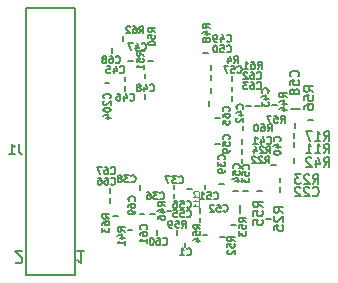
<source format=gbo>
G04 (created by PCBNEW (2013-07-07 BZR 4022)-stable) date 24/11/2015 00:30:32*
%MOIN*%
G04 Gerber Fmt 3.4, Leading zero omitted, Abs format*
%FSLAX34Y34*%
G01*
G70*
G90*
G04 APERTURE LIST*
%ADD10C,0.00590551*%
%ADD11C,0.00787402*%
%ADD12C,0.0077*%
%ADD13C,0.0039*%
G04 APERTURE END LIST*
G54D10*
G54D11*
X62800Y-56062D02*
X62819Y-56081D01*
X62857Y-56100D01*
X62950Y-56100D01*
X62988Y-56081D01*
X63007Y-56062D01*
X63025Y-56025D01*
X63025Y-55988D01*
X63007Y-55931D01*
X62782Y-55706D01*
X63025Y-55706D01*
X65073Y-55706D02*
X64848Y-55706D01*
X64960Y-55706D02*
X64960Y-56100D01*
X64923Y-56044D01*
X64885Y-56006D01*
X64848Y-55988D01*
G54D12*
X69036Y-55157D02*
X69192Y-55157D01*
X69981Y-54842D02*
X70137Y-54842D01*
X66536Y-55000D02*
X66692Y-55000D01*
X67381Y-49370D02*
X67225Y-49370D01*
X69211Y-49094D02*
X69055Y-49094D01*
X66711Y-49370D02*
X66555Y-49370D01*
X70019Y-50018D02*
X70019Y-49862D01*
X67835Y-54350D02*
X67991Y-54350D01*
X72540Y-51338D02*
X72696Y-51338D01*
X69763Y-55216D02*
X69607Y-55216D01*
X70393Y-51516D02*
X70393Y-51672D01*
X68188Y-55000D02*
X68188Y-55156D01*
X66377Y-48524D02*
X66377Y-48680D01*
X72066Y-52755D02*
X72066Y-52599D01*
X71495Y-50826D02*
X71339Y-50826D01*
X69311Y-50276D02*
X69311Y-50432D01*
X72066Y-52223D02*
X72066Y-52067D01*
X71142Y-54625D02*
X71298Y-54625D01*
X70354Y-52459D02*
X70354Y-52303D01*
X71594Y-53404D02*
X71594Y-53248D01*
X70354Y-52774D02*
X70354Y-52618D01*
X72066Y-51772D02*
X72066Y-51928D01*
X66044Y-54527D02*
X66200Y-54527D01*
X71003Y-53700D02*
X70847Y-53700D01*
X72125Y-51593D02*
X72125Y-51437D01*
X72262Y-50944D02*
X71988Y-50944D01*
X70275Y-54428D02*
X70275Y-54154D01*
X71594Y-53719D02*
X71594Y-53563D01*
X69449Y-52125D02*
X69605Y-52125D01*
X65944Y-53937D02*
X65944Y-54093D01*
X68444Y-55414D02*
X68444Y-55570D01*
X66023Y-48937D02*
X66023Y-49093D01*
X67519Y-55000D02*
X67519Y-55156D01*
X65944Y-53603D02*
X65944Y-53759D01*
X66929Y-54448D02*
X67085Y-54448D01*
X68937Y-54587D02*
X68937Y-54743D01*
X70374Y-53681D02*
X70530Y-53681D01*
X70000Y-50373D02*
X70000Y-50217D01*
X69311Y-49664D02*
X69311Y-49508D01*
X66456Y-49882D02*
X66456Y-50038D01*
X67125Y-49784D02*
X67125Y-49940D01*
X68090Y-53936D02*
X68090Y-53780D01*
X66948Y-53660D02*
X66948Y-53504D01*
X70944Y-50846D02*
X70788Y-50846D01*
X71475Y-52814D02*
X71319Y-52814D01*
X70354Y-52125D02*
X70354Y-51969D01*
X70000Y-50688D02*
X70000Y-50532D01*
X69449Y-51259D02*
X69605Y-51259D01*
X70059Y-53681D02*
X70215Y-53681D01*
X68937Y-54272D02*
X68937Y-54428D01*
X67284Y-54448D02*
X67440Y-54448D01*
X66456Y-50197D02*
X66456Y-50353D01*
X67125Y-50473D02*
X67125Y-50629D01*
X69311Y-49979D02*
X69311Y-49823D01*
X68090Y-53640D02*
X68090Y-53484D01*
X69114Y-53484D02*
X69114Y-53640D01*
X69232Y-50709D02*
X69232Y-50865D01*
X70629Y-50846D02*
X70473Y-50846D01*
X69587Y-53444D02*
X69743Y-53444D01*
X65924Y-50098D02*
X65768Y-50098D01*
X68680Y-53641D02*
X68524Y-53641D01*
G54D11*
X63129Y-47598D02*
X63129Y-56496D01*
X64783Y-56496D02*
X64783Y-47598D01*
X64783Y-47598D02*
X63129Y-47598D01*
X64783Y-56496D02*
X63129Y-56496D01*
G54D10*
X68953Y-54946D02*
X68841Y-54867D01*
X68953Y-54811D02*
X68717Y-54811D01*
X68717Y-54901D01*
X68728Y-54924D01*
X68740Y-54935D01*
X68762Y-54946D01*
X68796Y-54946D01*
X68818Y-54935D01*
X68830Y-54924D01*
X68841Y-54901D01*
X68841Y-54811D01*
X68717Y-55160D02*
X68717Y-55047D01*
X68830Y-55036D01*
X68818Y-55047D01*
X68807Y-55070D01*
X68807Y-55126D01*
X68818Y-55149D01*
X68830Y-55160D01*
X68852Y-55171D01*
X68908Y-55171D01*
X68931Y-55160D01*
X68942Y-55149D01*
X68953Y-55126D01*
X68953Y-55070D01*
X68942Y-55047D01*
X68931Y-55036D01*
X68796Y-55374D02*
X68953Y-55374D01*
X68706Y-55317D02*
X68875Y-55261D01*
X68875Y-55407D01*
X70489Y-54730D02*
X70376Y-54651D01*
X70489Y-54595D02*
X70253Y-54595D01*
X70253Y-54685D01*
X70264Y-54707D01*
X70275Y-54718D01*
X70298Y-54730D01*
X70331Y-54730D01*
X70354Y-54718D01*
X70365Y-54707D01*
X70376Y-54685D01*
X70376Y-54595D01*
X70253Y-54943D02*
X70253Y-54831D01*
X70365Y-54820D01*
X70354Y-54831D01*
X70343Y-54853D01*
X70343Y-54910D01*
X70354Y-54932D01*
X70365Y-54943D01*
X70388Y-54955D01*
X70444Y-54955D01*
X70466Y-54943D01*
X70478Y-54932D01*
X70489Y-54910D01*
X70489Y-54853D01*
X70478Y-54831D01*
X70466Y-54820D01*
X70253Y-55033D02*
X70253Y-55179D01*
X70343Y-55101D01*
X70343Y-55134D01*
X70354Y-55157D01*
X70365Y-55168D01*
X70388Y-55179D01*
X70444Y-55179D01*
X70466Y-55168D01*
X70478Y-55157D01*
X70489Y-55134D01*
X70489Y-55067D01*
X70478Y-55044D01*
X70466Y-55033D01*
X66434Y-55044D02*
X66321Y-54966D01*
X66434Y-54910D02*
X66197Y-54910D01*
X66197Y-55000D01*
X66209Y-55022D01*
X66220Y-55033D01*
X66242Y-55044D01*
X66276Y-55044D01*
X66299Y-55033D01*
X66310Y-55022D01*
X66321Y-55000D01*
X66321Y-54910D01*
X66276Y-55247D02*
X66434Y-55247D01*
X66186Y-55191D02*
X66355Y-55134D01*
X66355Y-55281D01*
X66434Y-55494D02*
X66434Y-55359D01*
X66434Y-55427D02*
X66197Y-55427D01*
X66231Y-55404D01*
X66254Y-55382D01*
X66265Y-55359D01*
X67457Y-48391D02*
X67345Y-48312D01*
X67457Y-48256D02*
X67221Y-48256D01*
X67221Y-48346D01*
X67232Y-48368D01*
X67244Y-48380D01*
X67266Y-48391D01*
X67300Y-48391D01*
X67322Y-48380D01*
X67334Y-48368D01*
X67345Y-48346D01*
X67345Y-48256D01*
X67221Y-48605D02*
X67221Y-48492D01*
X67334Y-48481D01*
X67322Y-48492D01*
X67311Y-48515D01*
X67311Y-48571D01*
X67322Y-48593D01*
X67334Y-48605D01*
X67356Y-48616D01*
X67412Y-48616D01*
X67435Y-48605D01*
X67446Y-48593D01*
X67457Y-48571D01*
X67457Y-48515D01*
X67446Y-48492D01*
X67435Y-48481D01*
X67221Y-48762D02*
X67221Y-48785D01*
X67232Y-48807D01*
X67244Y-48818D01*
X67266Y-48830D01*
X67311Y-48841D01*
X67367Y-48841D01*
X67412Y-48830D01*
X67435Y-48818D01*
X67446Y-48807D01*
X67457Y-48785D01*
X67457Y-48762D01*
X67446Y-48740D01*
X67435Y-48728D01*
X67412Y-48717D01*
X67367Y-48706D01*
X67311Y-48706D01*
X67266Y-48717D01*
X67244Y-48728D01*
X67232Y-48740D01*
X67221Y-48762D01*
X69268Y-48273D02*
X69156Y-48194D01*
X69268Y-48138D02*
X69032Y-48138D01*
X69032Y-48228D01*
X69043Y-48250D01*
X69055Y-48262D01*
X69077Y-48273D01*
X69111Y-48273D01*
X69133Y-48262D01*
X69145Y-48250D01*
X69156Y-48228D01*
X69156Y-48138D01*
X69111Y-48475D02*
X69268Y-48475D01*
X69021Y-48419D02*
X69190Y-48363D01*
X69190Y-48509D01*
X69133Y-48633D02*
X69122Y-48610D01*
X69111Y-48599D01*
X69088Y-48588D01*
X69077Y-48588D01*
X69055Y-48599D01*
X69043Y-48610D01*
X69032Y-48633D01*
X69032Y-48678D01*
X69043Y-48700D01*
X69055Y-48712D01*
X69077Y-48723D01*
X69088Y-48723D01*
X69111Y-48712D01*
X69122Y-48700D01*
X69133Y-48678D01*
X69133Y-48633D01*
X69145Y-48610D01*
X69156Y-48599D01*
X69178Y-48588D01*
X69223Y-48588D01*
X69246Y-48599D01*
X69257Y-48610D01*
X69268Y-48633D01*
X69268Y-48678D01*
X69257Y-48700D01*
X69246Y-48712D01*
X69223Y-48723D01*
X69178Y-48723D01*
X69156Y-48712D01*
X69145Y-48700D01*
X69133Y-48678D01*
X67064Y-49178D02*
X66951Y-49100D01*
X67064Y-49043D02*
X66827Y-49043D01*
X66827Y-49133D01*
X66839Y-49156D01*
X66850Y-49167D01*
X66872Y-49178D01*
X66906Y-49178D01*
X66929Y-49167D01*
X66940Y-49156D01*
X66951Y-49133D01*
X66951Y-49043D01*
X66827Y-49392D02*
X66827Y-49280D01*
X66940Y-49268D01*
X66929Y-49280D01*
X66917Y-49302D01*
X66917Y-49358D01*
X66929Y-49381D01*
X66940Y-49392D01*
X66962Y-49403D01*
X67019Y-49403D01*
X67041Y-49392D01*
X67052Y-49381D01*
X67064Y-49358D01*
X67064Y-49302D01*
X67052Y-49280D01*
X67041Y-49268D01*
X67064Y-49628D02*
X67064Y-49493D01*
X67064Y-49561D02*
X66827Y-49561D01*
X66861Y-49538D01*
X66884Y-49516D01*
X66895Y-49493D01*
X70860Y-49623D02*
X70939Y-49510D01*
X70995Y-49623D02*
X70995Y-49386D01*
X70905Y-49386D01*
X70883Y-49398D01*
X70871Y-49409D01*
X70860Y-49431D01*
X70860Y-49465D01*
X70871Y-49488D01*
X70883Y-49499D01*
X70905Y-49510D01*
X70995Y-49510D01*
X70658Y-49386D02*
X70703Y-49386D01*
X70725Y-49398D01*
X70736Y-49409D01*
X70759Y-49443D01*
X70770Y-49488D01*
X70770Y-49578D01*
X70759Y-49600D01*
X70748Y-49611D01*
X70725Y-49623D01*
X70680Y-49623D01*
X70658Y-49611D01*
X70646Y-49600D01*
X70635Y-49578D01*
X70635Y-49521D01*
X70646Y-49499D01*
X70658Y-49488D01*
X70680Y-49476D01*
X70725Y-49476D01*
X70748Y-49488D01*
X70759Y-49499D01*
X70770Y-49521D01*
X70410Y-49623D02*
X70545Y-49623D01*
X70478Y-49623D02*
X70478Y-49386D01*
X70500Y-49420D01*
X70523Y-49443D01*
X70545Y-49454D01*
X67772Y-54198D02*
X67660Y-54119D01*
X67772Y-54063D02*
X67536Y-54063D01*
X67536Y-54153D01*
X67547Y-54176D01*
X67559Y-54187D01*
X67581Y-54198D01*
X67615Y-54198D01*
X67637Y-54187D01*
X67649Y-54176D01*
X67660Y-54153D01*
X67660Y-54063D01*
X67615Y-54401D02*
X67772Y-54401D01*
X67525Y-54344D02*
X67694Y-54288D01*
X67694Y-54434D01*
X67536Y-54625D02*
X67536Y-54580D01*
X67547Y-54558D01*
X67559Y-54547D01*
X67592Y-54524D01*
X67637Y-54513D01*
X67727Y-54513D01*
X67750Y-54524D01*
X67761Y-54535D01*
X67772Y-54558D01*
X67772Y-54603D01*
X67761Y-54625D01*
X67750Y-54637D01*
X67727Y-54648D01*
X67671Y-54648D01*
X67649Y-54637D01*
X67637Y-54625D01*
X67626Y-54603D01*
X67626Y-54558D01*
X67637Y-54535D01*
X67649Y-54524D01*
X67671Y-54513D01*
G54D11*
X72725Y-50388D02*
X72575Y-50283D01*
X72725Y-50208D02*
X72410Y-50208D01*
X72410Y-50328D01*
X72425Y-50358D01*
X72440Y-50373D01*
X72470Y-50388D01*
X72515Y-50388D01*
X72545Y-50373D01*
X72560Y-50358D01*
X72575Y-50328D01*
X72575Y-50208D01*
X72410Y-50673D02*
X72410Y-50523D01*
X72560Y-50508D01*
X72545Y-50523D01*
X72530Y-50553D01*
X72530Y-50628D01*
X72545Y-50658D01*
X72560Y-50673D01*
X72590Y-50688D01*
X72665Y-50688D01*
X72695Y-50673D01*
X72710Y-50658D01*
X72725Y-50628D01*
X72725Y-50553D01*
X72710Y-50523D01*
X72695Y-50508D01*
X72410Y-50958D02*
X72410Y-50898D01*
X72425Y-50868D01*
X72440Y-50853D01*
X72485Y-50823D01*
X72545Y-50808D01*
X72665Y-50808D01*
X72695Y-50823D01*
X72710Y-50838D01*
X72725Y-50868D01*
X72725Y-50928D01*
X72710Y-50958D01*
X72695Y-50973D01*
X72665Y-50988D01*
X72590Y-50988D01*
X72560Y-50973D01*
X72545Y-50958D01*
X72530Y-50928D01*
X72530Y-50868D01*
X72545Y-50838D01*
X72560Y-50823D01*
X72590Y-50808D01*
G54D10*
X70095Y-55359D02*
X69983Y-55281D01*
X70095Y-55224D02*
X69859Y-55224D01*
X69859Y-55314D01*
X69870Y-55337D01*
X69881Y-55348D01*
X69904Y-55359D01*
X69938Y-55359D01*
X69960Y-55348D01*
X69971Y-55337D01*
X69983Y-55314D01*
X69983Y-55224D01*
X69859Y-55573D02*
X69859Y-55461D01*
X69971Y-55449D01*
X69960Y-55461D01*
X69949Y-55483D01*
X69949Y-55539D01*
X69960Y-55562D01*
X69971Y-55573D01*
X69994Y-55584D01*
X70050Y-55584D01*
X70073Y-55573D01*
X70084Y-55562D01*
X70095Y-55539D01*
X70095Y-55483D01*
X70084Y-55461D01*
X70073Y-55449D01*
X69881Y-55674D02*
X69870Y-55686D01*
X69859Y-55708D01*
X69859Y-55764D01*
X69870Y-55787D01*
X69881Y-55798D01*
X69904Y-55809D01*
X69926Y-55809D01*
X69960Y-55798D01*
X70095Y-55663D01*
X70095Y-55809D01*
X71195Y-51709D02*
X71273Y-51597D01*
X71330Y-51709D02*
X71330Y-51473D01*
X71240Y-51473D01*
X71217Y-51484D01*
X71206Y-51496D01*
X71195Y-51518D01*
X71195Y-51552D01*
X71206Y-51574D01*
X71217Y-51586D01*
X71240Y-51597D01*
X71330Y-51597D01*
X70992Y-51473D02*
X71037Y-51473D01*
X71060Y-51484D01*
X71071Y-51496D01*
X71093Y-51529D01*
X71105Y-51574D01*
X71105Y-51664D01*
X71093Y-51687D01*
X71082Y-51698D01*
X71060Y-51709D01*
X71015Y-51709D01*
X70992Y-51698D01*
X70981Y-51687D01*
X70970Y-51664D01*
X70970Y-51608D01*
X70981Y-51586D01*
X70992Y-51574D01*
X71015Y-51563D01*
X71060Y-51563D01*
X71082Y-51574D01*
X71093Y-51586D01*
X71105Y-51608D01*
X70823Y-51473D02*
X70801Y-51473D01*
X70778Y-51484D01*
X70767Y-51496D01*
X70756Y-51518D01*
X70745Y-51563D01*
X70745Y-51619D01*
X70756Y-51664D01*
X70767Y-51687D01*
X70778Y-51698D01*
X70801Y-51709D01*
X70823Y-51709D01*
X70846Y-51698D01*
X70857Y-51687D01*
X70868Y-51664D01*
X70880Y-51619D01*
X70880Y-51563D01*
X70868Y-51518D01*
X70857Y-51496D01*
X70846Y-51484D01*
X70823Y-51473D01*
X68340Y-54918D02*
X68419Y-54805D01*
X68475Y-54918D02*
X68475Y-54682D01*
X68385Y-54682D01*
X68363Y-54693D01*
X68352Y-54704D01*
X68340Y-54727D01*
X68340Y-54760D01*
X68352Y-54783D01*
X68363Y-54794D01*
X68385Y-54805D01*
X68475Y-54805D01*
X68127Y-54682D02*
X68239Y-54682D01*
X68250Y-54794D01*
X68239Y-54783D01*
X68217Y-54772D01*
X68160Y-54772D01*
X68138Y-54783D01*
X68127Y-54794D01*
X68115Y-54817D01*
X68115Y-54873D01*
X68127Y-54895D01*
X68138Y-54907D01*
X68160Y-54918D01*
X68217Y-54918D01*
X68239Y-54907D01*
X68250Y-54895D01*
X68003Y-54918D02*
X67958Y-54918D01*
X67935Y-54907D01*
X67924Y-54895D01*
X67902Y-54862D01*
X67890Y-54817D01*
X67890Y-54727D01*
X67902Y-54704D01*
X67913Y-54693D01*
X67935Y-54682D01*
X67980Y-54682D01*
X68003Y-54693D01*
X68014Y-54704D01*
X68025Y-54727D01*
X68025Y-54783D01*
X68014Y-54805D01*
X68003Y-54817D01*
X67980Y-54828D01*
X67935Y-54828D01*
X67913Y-54817D01*
X67902Y-54805D01*
X67890Y-54783D01*
X66923Y-48442D02*
X67002Y-48329D01*
X67058Y-48442D02*
X67058Y-48205D01*
X66968Y-48205D01*
X66946Y-48217D01*
X66934Y-48228D01*
X66923Y-48250D01*
X66923Y-48284D01*
X66934Y-48307D01*
X66946Y-48318D01*
X66968Y-48329D01*
X67058Y-48329D01*
X66721Y-48205D02*
X66766Y-48205D01*
X66788Y-48217D01*
X66799Y-48228D01*
X66822Y-48262D01*
X66833Y-48307D01*
X66833Y-48397D01*
X66822Y-48419D01*
X66811Y-48430D01*
X66788Y-48442D01*
X66743Y-48442D01*
X66721Y-48430D01*
X66709Y-48419D01*
X66698Y-48397D01*
X66698Y-48340D01*
X66709Y-48318D01*
X66721Y-48307D01*
X66743Y-48295D01*
X66788Y-48295D01*
X66811Y-48307D01*
X66822Y-48318D01*
X66833Y-48340D01*
X66608Y-48228D02*
X66597Y-48217D01*
X66574Y-48205D01*
X66518Y-48205D01*
X66496Y-48217D01*
X66484Y-48228D01*
X66473Y-48250D01*
X66473Y-48273D01*
X66484Y-48307D01*
X66619Y-48442D01*
X66473Y-48442D01*
G54D11*
X73076Y-52883D02*
X73181Y-52733D01*
X73256Y-52883D02*
X73256Y-52568D01*
X73136Y-52568D01*
X73106Y-52583D01*
X73091Y-52598D01*
X73076Y-52628D01*
X73076Y-52673D01*
X73091Y-52703D01*
X73106Y-52718D01*
X73136Y-52733D01*
X73256Y-52733D01*
X72806Y-52673D02*
X72806Y-52883D01*
X72881Y-52553D02*
X72956Y-52778D01*
X72761Y-52778D01*
X72656Y-52598D02*
X72641Y-52583D01*
X72611Y-52568D01*
X72536Y-52568D01*
X72506Y-52583D01*
X72491Y-52598D01*
X72476Y-52628D01*
X72476Y-52658D01*
X72491Y-52703D01*
X72671Y-52883D01*
X72476Y-52883D01*
G54D10*
X71827Y-50576D02*
X71715Y-50497D01*
X71827Y-50441D02*
X71591Y-50441D01*
X71591Y-50531D01*
X71602Y-50553D01*
X71614Y-50565D01*
X71636Y-50576D01*
X71670Y-50576D01*
X71692Y-50565D01*
X71704Y-50553D01*
X71715Y-50531D01*
X71715Y-50441D01*
X71670Y-50778D02*
X71827Y-50778D01*
X71580Y-50722D02*
X71749Y-50666D01*
X71749Y-50812D01*
X71670Y-51003D02*
X71827Y-51003D01*
X71580Y-50947D02*
X71749Y-50891D01*
X71749Y-51037D01*
X70078Y-49426D02*
X70157Y-49313D01*
X70213Y-49426D02*
X70213Y-49190D01*
X70123Y-49190D01*
X70101Y-49201D01*
X70089Y-49212D01*
X70078Y-49235D01*
X70078Y-49268D01*
X70089Y-49291D01*
X70101Y-49302D01*
X70123Y-49313D01*
X70213Y-49313D01*
X69876Y-49268D02*
X69876Y-49426D01*
X69932Y-49178D02*
X69988Y-49347D01*
X69842Y-49347D01*
G54D11*
X73076Y-52430D02*
X73181Y-52280D01*
X73256Y-52430D02*
X73256Y-52115D01*
X73136Y-52115D01*
X73106Y-52130D01*
X73091Y-52145D01*
X73076Y-52175D01*
X73076Y-52220D01*
X73091Y-52250D01*
X73106Y-52265D01*
X73136Y-52280D01*
X73256Y-52280D01*
X72776Y-52430D02*
X72956Y-52430D01*
X72866Y-52430D02*
X72866Y-52115D01*
X72896Y-52160D01*
X72926Y-52190D01*
X72956Y-52205D01*
X72476Y-52430D02*
X72656Y-52430D01*
X72566Y-52430D02*
X72566Y-52115D01*
X72596Y-52160D01*
X72626Y-52190D01*
X72656Y-52205D01*
X71721Y-54423D02*
X71571Y-54318D01*
X71721Y-54243D02*
X71407Y-54243D01*
X71407Y-54363D01*
X71422Y-54393D01*
X71437Y-54408D01*
X71467Y-54423D01*
X71511Y-54423D01*
X71541Y-54408D01*
X71556Y-54393D01*
X71571Y-54363D01*
X71571Y-54243D01*
X71437Y-54543D02*
X71422Y-54558D01*
X71407Y-54588D01*
X71407Y-54663D01*
X71422Y-54693D01*
X71437Y-54708D01*
X71467Y-54723D01*
X71497Y-54723D01*
X71541Y-54708D01*
X71721Y-54528D01*
X71721Y-54723D01*
X71407Y-55008D02*
X71407Y-54858D01*
X71556Y-54843D01*
X71541Y-54858D01*
X71526Y-54888D01*
X71526Y-54963D01*
X71541Y-54993D01*
X71556Y-55008D01*
X71586Y-55023D01*
X71661Y-55023D01*
X71691Y-55008D01*
X71706Y-54993D01*
X71721Y-54963D01*
X71721Y-54888D01*
X71706Y-54858D01*
X71691Y-54843D01*
G54D10*
X71155Y-52438D02*
X71234Y-52325D01*
X71290Y-52438D02*
X71290Y-52201D01*
X71200Y-52201D01*
X71178Y-52213D01*
X71167Y-52224D01*
X71155Y-52246D01*
X71155Y-52280D01*
X71167Y-52303D01*
X71178Y-52314D01*
X71200Y-52325D01*
X71290Y-52325D01*
X71065Y-52224D02*
X71054Y-52213D01*
X71032Y-52201D01*
X70975Y-52201D01*
X70953Y-52213D01*
X70942Y-52224D01*
X70930Y-52246D01*
X70930Y-52269D01*
X70942Y-52303D01*
X71077Y-52438D01*
X70930Y-52438D01*
X70728Y-52280D02*
X70728Y-52438D01*
X70784Y-52190D02*
X70840Y-52359D01*
X70694Y-52359D01*
G54D11*
X72702Y-53454D02*
X72807Y-53304D01*
X72882Y-53454D02*
X72882Y-53139D01*
X72762Y-53139D01*
X72732Y-53154D01*
X72717Y-53169D01*
X72702Y-53199D01*
X72702Y-53244D01*
X72717Y-53274D01*
X72732Y-53289D01*
X72762Y-53304D01*
X72882Y-53304D01*
X72582Y-53169D02*
X72567Y-53154D01*
X72537Y-53139D01*
X72462Y-53139D01*
X72432Y-53154D01*
X72417Y-53169D01*
X72402Y-53199D01*
X72402Y-53229D01*
X72417Y-53274D01*
X72597Y-53454D01*
X72402Y-53454D01*
X72297Y-53139D02*
X72102Y-53139D01*
X72207Y-53259D01*
X72162Y-53259D01*
X72132Y-53274D01*
X72117Y-53289D01*
X72102Y-53319D01*
X72102Y-53394D01*
X72117Y-53424D01*
X72132Y-53439D01*
X72162Y-53454D01*
X72252Y-53454D01*
X72282Y-53439D01*
X72297Y-53424D01*
G54D10*
X71116Y-52772D02*
X71195Y-52660D01*
X71251Y-52772D02*
X71251Y-52536D01*
X71161Y-52536D01*
X71138Y-52547D01*
X71127Y-52559D01*
X71116Y-52581D01*
X71116Y-52615D01*
X71127Y-52637D01*
X71138Y-52649D01*
X71161Y-52660D01*
X71251Y-52660D01*
X71026Y-52559D02*
X71015Y-52547D01*
X70992Y-52536D01*
X70936Y-52536D01*
X70913Y-52547D01*
X70902Y-52559D01*
X70891Y-52581D01*
X70891Y-52604D01*
X70902Y-52637D01*
X71037Y-52772D01*
X70891Y-52772D01*
X70801Y-52559D02*
X70790Y-52547D01*
X70767Y-52536D01*
X70711Y-52536D01*
X70688Y-52547D01*
X70677Y-52559D01*
X70666Y-52581D01*
X70666Y-52604D01*
X70677Y-52637D01*
X70812Y-52772D01*
X70666Y-52772D01*
G54D11*
X73076Y-52017D02*
X73181Y-51867D01*
X73256Y-52017D02*
X73256Y-51702D01*
X73136Y-51702D01*
X73106Y-51717D01*
X73091Y-51732D01*
X73076Y-51762D01*
X73076Y-51807D01*
X73091Y-51837D01*
X73106Y-51852D01*
X73136Y-51867D01*
X73256Y-51867D01*
X72776Y-52017D02*
X72956Y-52017D01*
X72866Y-52017D02*
X72866Y-51702D01*
X72896Y-51747D01*
X72926Y-51777D01*
X72956Y-51792D01*
X72671Y-51702D02*
X72461Y-51702D01*
X72596Y-52017D01*
G54D10*
X65922Y-54611D02*
X65809Y-54533D01*
X65922Y-54476D02*
X65686Y-54476D01*
X65686Y-54566D01*
X65697Y-54589D01*
X65708Y-54600D01*
X65731Y-54611D01*
X65764Y-54611D01*
X65787Y-54600D01*
X65798Y-54589D01*
X65809Y-54566D01*
X65809Y-54476D01*
X65686Y-54814D02*
X65686Y-54769D01*
X65697Y-54746D01*
X65708Y-54735D01*
X65742Y-54713D01*
X65787Y-54701D01*
X65877Y-54701D01*
X65899Y-54713D01*
X65911Y-54724D01*
X65922Y-54746D01*
X65922Y-54791D01*
X65911Y-54814D01*
X65899Y-54825D01*
X65877Y-54836D01*
X65821Y-54836D01*
X65798Y-54825D01*
X65787Y-54814D01*
X65776Y-54791D01*
X65776Y-54746D01*
X65787Y-54724D01*
X65798Y-54713D01*
X65821Y-54701D01*
X65686Y-54915D02*
X65686Y-55061D01*
X65776Y-54983D01*
X65776Y-55016D01*
X65787Y-55039D01*
X65798Y-55050D01*
X65821Y-55061D01*
X65877Y-55061D01*
X65899Y-55050D01*
X65911Y-55039D01*
X65922Y-55016D01*
X65922Y-54949D01*
X65911Y-54926D01*
X65899Y-54915D01*
G54D11*
X71032Y-54226D02*
X70883Y-54121D01*
X71032Y-54046D02*
X70718Y-54046D01*
X70718Y-54166D01*
X70733Y-54196D01*
X70748Y-54211D01*
X70778Y-54226D01*
X70823Y-54226D01*
X70853Y-54211D01*
X70868Y-54196D01*
X70883Y-54166D01*
X70883Y-54046D01*
X70718Y-54511D02*
X70718Y-54361D01*
X70868Y-54346D01*
X70853Y-54361D01*
X70838Y-54391D01*
X70838Y-54466D01*
X70853Y-54496D01*
X70868Y-54511D01*
X70898Y-54526D01*
X70973Y-54526D01*
X71002Y-54511D01*
X71017Y-54496D01*
X71032Y-54466D01*
X71032Y-54391D01*
X71017Y-54361D01*
X71002Y-54346D01*
X70718Y-54811D02*
X70718Y-54661D01*
X70868Y-54646D01*
X70853Y-54661D01*
X70838Y-54691D01*
X70838Y-54766D01*
X70853Y-54796D01*
X70868Y-54811D01*
X70898Y-54826D01*
X70973Y-54826D01*
X71002Y-54811D01*
X71017Y-54796D01*
X71032Y-54766D01*
X71032Y-54691D01*
X71017Y-54661D01*
X71002Y-54646D01*
G54D10*
X71628Y-51414D02*
X71706Y-51302D01*
X71763Y-51414D02*
X71763Y-51178D01*
X71673Y-51178D01*
X71650Y-51189D01*
X71639Y-51200D01*
X71628Y-51223D01*
X71628Y-51257D01*
X71639Y-51279D01*
X71650Y-51290D01*
X71673Y-51302D01*
X71763Y-51302D01*
X71414Y-51178D02*
X71526Y-51178D01*
X71538Y-51290D01*
X71526Y-51279D01*
X71504Y-51268D01*
X71448Y-51268D01*
X71425Y-51279D01*
X71414Y-51290D01*
X71403Y-51313D01*
X71403Y-51369D01*
X71414Y-51392D01*
X71425Y-51403D01*
X71448Y-51414D01*
X71504Y-51414D01*
X71526Y-51403D01*
X71538Y-51392D01*
X71324Y-51178D02*
X71167Y-51178D01*
X71268Y-51414D01*
G54D11*
X72223Y-49876D02*
X72238Y-49861D01*
X72253Y-49816D01*
X72253Y-49786D01*
X72238Y-49741D01*
X72208Y-49711D01*
X72178Y-49696D01*
X72118Y-49681D01*
X72073Y-49681D01*
X72013Y-49696D01*
X71983Y-49711D01*
X71953Y-49741D01*
X71938Y-49786D01*
X71938Y-49816D01*
X71953Y-49861D01*
X71968Y-49876D01*
X71938Y-50161D02*
X71938Y-50011D01*
X72088Y-49996D01*
X72073Y-50011D01*
X72058Y-50041D01*
X72058Y-50116D01*
X72073Y-50146D01*
X72088Y-50161D01*
X72118Y-50176D01*
X72193Y-50176D01*
X72223Y-50161D01*
X72238Y-50146D01*
X72253Y-50116D01*
X72253Y-50041D01*
X72238Y-50011D01*
X72223Y-49996D01*
X72073Y-50356D02*
X72058Y-50326D01*
X72043Y-50311D01*
X72013Y-50296D01*
X71998Y-50296D01*
X71968Y-50311D01*
X71953Y-50326D01*
X71938Y-50356D01*
X71938Y-50416D01*
X71953Y-50446D01*
X71968Y-50461D01*
X71998Y-50476D01*
X72013Y-50476D01*
X72043Y-50461D01*
X72058Y-50446D01*
X72073Y-50416D01*
X72073Y-50356D01*
X72088Y-50326D01*
X72103Y-50311D01*
X72133Y-50296D01*
X72193Y-50296D01*
X72223Y-50311D01*
X72238Y-50326D01*
X72253Y-50356D01*
X72253Y-50416D01*
X72238Y-50446D01*
X72223Y-50461D01*
X72193Y-50476D01*
X72133Y-50476D01*
X72103Y-50461D01*
X72088Y-50446D01*
X72073Y-50416D01*
G54D10*
X69718Y-54364D02*
X69730Y-54375D01*
X69763Y-54386D01*
X69786Y-54386D01*
X69820Y-54375D01*
X69842Y-54353D01*
X69853Y-54330D01*
X69865Y-54285D01*
X69865Y-54251D01*
X69853Y-54206D01*
X69842Y-54184D01*
X69820Y-54161D01*
X69786Y-54150D01*
X69763Y-54150D01*
X69730Y-54161D01*
X69718Y-54173D01*
X69505Y-54150D02*
X69617Y-54150D01*
X69628Y-54263D01*
X69617Y-54251D01*
X69595Y-54240D01*
X69538Y-54240D01*
X69516Y-54251D01*
X69505Y-54263D01*
X69493Y-54285D01*
X69493Y-54341D01*
X69505Y-54364D01*
X69516Y-54375D01*
X69538Y-54386D01*
X69595Y-54386D01*
X69617Y-54375D01*
X69628Y-54364D01*
X69403Y-54173D02*
X69392Y-54161D01*
X69370Y-54150D01*
X69313Y-54150D01*
X69291Y-54161D01*
X69280Y-54173D01*
X69268Y-54195D01*
X69268Y-54218D01*
X69280Y-54251D01*
X69415Y-54386D01*
X69268Y-54386D01*
G54D11*
X72702Y-53837D02*
X72717Y-53852D01*
X72762Y-53867D01*
X72792Y-53867D01*
X72837Y-53852D01*
X72867Y-53822D01*
X72882Y-53792D01*
X72897Y-53732D01*
X72897Y-53687D01*
X72882Y-53627D01*
X72867Y-53597D01*
X72837Y-53567D01*
X72792Y-53552D01*
X72762Y-53552D01*
X72717Y-53567D01*
X72702Y-53582D01*
X72582Y-53582D02*
X72567Y-53567D01*
X72537Y-53552D01*
X72462Y-53552D01*
X72432Y-53567D01*
X72417Y-53582D01*
X72402Y-53612D01*
X72402Y-53642D01*
X72417Y-53687D01*
X72597Y-53867D01*
X72402Y-53867D01*
X72282Y-53582D02*
X72267Y-53567D01*
X72237Y-53552D01*
X72162Y-53552D01*
X72132Y-53567D01*
X72117Y-53582D01*
X72102Y-53612D01*
X72102Y-53642D01*
X72117Y-53687D01*
X72297Y-53867D01*
X72102Y-53867D01*
G54D10*
X69915Y-51974D02*
X69926Y-51962D01*
X69938Y-51929D01*
X69938Y-51906D01*
X69926Y-51872D01*
X69904Y-51850D01*
X69881Y-51839D01*
X69836Y-51827D01*
X69803Y-51827D01*
X69758Y-51839D01*
X69735Y-51850D01*
X69713Y-51872D01*
X69701Y-51906D01*
X69701Y-51929D01*
X69713Y-51962D01*
X69724Y-51974D01*
X69701Y-52187D02*
X69701Y-52075D01*
X69814Y-52064D01*
X69803Y-52075D01*
X69791Y-52097D01*
X69791Y-52154D01*
X69803Y-52176D01*
X69814Y-52187D01*
X69836Y-52199D01*
X69893Y-52199D01*
X69915Y-52187D01*
X69926Y-52176D01*
X69938Y-52154D01*
X69938Y-52097D01*
X69926Y-52075D01*
X69915Y-52064D01*
X69938Y-52311D02*
X69938Y-52356D01*
X69926Y-52379D01*
X69915Y-52390D01*
X69881Y-52412D01*
X69836Y-52424D01*
X69746Y-52424D01*
X69724Y-52412D01*
X69713Y-52401D01*
X69701Y-52379D01*
X69701Y-52334D01*
X69713Y-52311D01*
X69724Y-52300D01*
X69746Y-52289D01*
X69803Y-52289D01*
X69825Y-52300D01*
X69836Y-52311D01*
X69848Y-52334D01*
X69848Y-52379D01*
X69836Y-52401D01*
X69825Y-52412D01*
X69803Y-52424D01*
X65978Y-53104D02*
X65989Y-53115D01*
X66023Y-53127D01*
X66046Y-53127D01*
X66079Y-53115D01*
X66102Y-53093D01*
X66113Y-53070D01*
X66124Y-53025D01*
X66124Y-52992D01*
X66113Y-52947D01*
X66102Y-52924D01*
X66079Y-52902D01*
X66046Y-52890D01*
X66023Y-52890D01*
X65989Y-52902D01*
X65978Y-52913D01*
X65776Y-52890D02*
X65821Y-52890D01*
X65843Y-52902D01*
X65854Y-52913D01*
X65877Y-52947D01*
X65888Y-52992D01*
X65888Y-53082D01*
X65877Y-53104D01*
X65866Y-53115D01*
X65843Y-53127D01*
X65798Y-53127D01*
X65776Y-53115D01*
X65764Y-53104D01*
X65753Y-53082D01*
X65753Y-53025D01*
X65764Y-53003D01*
X65776Y-52992D01*
X65798Y-52980D01*
X65843Y-52980D01*
X65866Y-52992D01*
X65877Y-53003D01*
X65888Y-53025D01*
X65674Y-52890D02*
X65517Y-52890D01*
X65618Y-53127D01*
X68503Y-55821D02*
X68515Y-55832D01*
X68548Y-55843D01*
X68571Y-55843D01*
X68605Y-55832D01*
X68627Y-55809D01*
X68638Y-55787D01*
X68650Y-55742D01*
X68650Y-55708D01*
X68638Y-55663D01*
X68627Y-55641D01*
X68605Y-55618D01*
X68571Y-55607D01*
X68548Y-55607D01*
X68515Y-55618D01*
X68503Y-55629D01*
X68278Y-55843D02*
X68413Y-55843D01*
X68346Y-55843D02*
X68346Y-55607D01*
X68368Y-55641D01*
X68391Y-55663D01*
X68413Y-55674D01*
X66136Y-49403D02*
X66147Y-49415D01*
X66181Y-49426D01*
X66203Y-49426D01*
X66237Y-49415D01*
X66259Y-49392D01*
X66271Y-49370D01*
X66282Y-49325D01*
X66282Y-49291D01*
X66271Y-49246D01*
X66259Y-49223D01*
X66237Y-49201D01*
X66203Y-49190D01*
X66181Y-49190D01*
X66147Y-49201D01*
X66136Y-49212D01*
X65933Y-49190D02*
X65978Y-49190D01*
X66001Y-49201D01*
X66012Y-49212D01*
X66034Y-49246D01*
X66046Y-49291D01*
X66046Y-49381D01*
X66034Y-49403D01*
X66023Y-49415D01*
X66001Y-49426D01*
X65956Y-49426D01*
X65933Y-49415D01*
X65922Y-49403D01*
X65911Y-49381D01*
X65911Y-49325D01*
X65922Y-49302D01*
X65933Y-49291D01*
X65956Y-49280D01*
X66001Y-49280D01*
X66023Y-49291D01*
X66034Y-49302D01*
X66046Y-49325D01*
X65776Y-49291D02*
X65798Y-49280D01*
X65809Y-49268D01*
X65821Y-49246D01*
X65821Y-49235D01*
X65809Y-49212D01*
X65798Y-49201D01*
X65776Y-49190D01*
X65731Y-49190D01*
X65708Y-49201D01*
X65697Y-49212D01*
X65686Y-49235D01*
X65686Y-49246D01*
X65697Y-49268D01*
X65708Y-49280D01*
X65731Y-49291D01*
X65776Y-49291D01*
X65798Y-49302D01*
X65809Y-49313D01*
X65821Y-49336D01*
X65821Y-49381D01*
X65809Y-49403D01*
X65798Y-49415D01*
X65776Y-49426D01*
X65731Y-49426D01*
X65708Y-49415D01*
X65697Y-49403D01*
X65686Y-49381D01*
X65686Y-49336D01*
X65697Y-49313D01*
X65708Y-49302D01*
X65731Y-49291D01*
X67710Y-55466D02*
X67722Y-55478D01*
X67755Y-55489D01*
X67778Y-55489D01*
X67812Y-55478D01*
X67834Y-55455D01*
X67845Y-55433D01*
X67857Y-55388D01*
X67857Y-55354D01*
X67845Y-55309D01*
X67834Y-55286D01*
X67812Y-55264D01*
X67778Y-55253D01*
X67755Y-55253D01*
X67722Y-55264D01*
X67710Y-55275D01*
X67508Y-55253D02*
X67553Y-55253D01*
X67575Y-55264D01*
X67587Y-55275D01*
X67609Y-55309D01*
X67620Y-55354D01*
X67620Y-55444D01*
X67609Y-55466D01*
X67598Y-55478D01*
X67575Y-55489D01*
X67530Y-55489D01*
X67508Y-55478D01*
X67497Y-55466D01*
X67485Y-55444D01*
X67485Y-55388D01*
X67497Y-55365D01*
X67508Y-55354D01*
X67530Y-55343D01*
X67575Y-55343D01*
X67598Y-55354D01*
X67609Y-55365D01*
X67620Y-55388D01*
X67339Y-55253D02*
X67317Y-55253D01*
X67294Y-55264D01*
X67283Y-55275D01*
X67272Y-55298D01*
X67260Y-55343D01*
X67260Y-55399D01*
X67272Y-55444D01*
X67283Y-55466D01*
X67294Y-55478D01*
X67317Y-55489D01*
X67339Y-55489D01*
X67362Y-55478D01*
X67373Y-55466D01*
X67384Y-55444D01*
X67395Y-55399D01*
X67395Y-55343D01*
X67384Y-55298D01*
X67373Y-55275D01*
X67362Y-55264D01*
X67339Y-55253D01*
X65978Y-53458D02*
X65989Y-53470D01*
X66023Y-53481D01*
X66046Y-53481D01*
X66079Y-53470D01*
X66102Y-53447D01*
X66113Y-53425D01*
X66124Y-53380D01*
X66124Y-53346D01*
X66113Y-53301D01*
X66102Y-53278D01*
X66079Y-53256D01*
X66046Y-53245D01*
X66023Y-53245D01*
X65989Y-53256D01*
X65978Y-53267D01*
X65776Y-53245D02*
X65821Y-53245D01*
X65843Y-53256D01*
X65854Y-53267D01*
X65877Y-53301D01*
X65888Y-53346D01*
X65888Y-53436D01*
X65877Y-53458D01*
X65866Y-53470D01*
X65843Y-53481D01*
X65798Y-53481D01*
X65776Y-53470D01*
X65764Y-53458D01*
X65753Y-53436D01*
X65753Y-53380D01*
X65764Y-53357D01*
X65776Y-53346D01*
X65798Y-53335D01*
X65843Y-53335D01*
X65866Y-53346D01*
X65877Y-53357D01*
X65888Y-53380D01*
X65551Y-53245D02*
X65596Y-53245D01*
X65618Y-53256D01*
X65629Y-53267D01*
X65652Y-53301D01*
X65663Y-53346D01*
X65663Y-53436D01*
X65652Y-53458D01*
X65641Y-53470D01*
X65618Y-53481D01*
X65573Y-53481D01*
X65551Y-53470D01*
X65539Y-53458D01*
X65528Y-53436D01*
X65528Y-53380D01*
X65539Y-53357D01*
X65551Y-53346D01*
X65573Y-53335D01*
X65618Y-53335D01*
X65641Y-53346D01*
X65652Y-53357D01*
X65663Y-53380D01*
X66766Y-54021D02*
X66777Y-54010D01*
X66788Y-53976D01*
X66788Y-53953D01*
X66777Y-53920D01*
X66754Y-53897D01*
X66732Y-53886D01*
X66687Y-53875D01*
X66653Y-53875D01*
X66608Y-53886D01*
X66586Y-53897D01*
X66563Y-53920D01*
X66552Y-53953D01*
X66552Y-53976D01*
X66563Y-54010D01*
X66574Y-54021D01*
X66552Y-54223D02*
X66552Y-54178D01*
X66563Y-54156D01*
X66574Y-54145D01*
X66608Y-54122D01*
X66653Y-54111D01*
X66743Y-54111D01*
X66766Y-54122D01*
X66777Y-54133D01*
X66788Y-54156D01*
X66788Y-54201D01*
X66777Y-54223D01*
X66766Y-54235D01*
X66743Y-54246D01*
X66687Y-54246D01*
X66664Y-54235D01*
X66653Y-54223D01*
X66642Y-54201D01*
X66642Y-54156D01*
X66653Y-54133D01*
X66664Y-54122D01*
X66687Y-54111D01*
X66788Y-54358D02*
X66788Y-54403D01*
X66777Y-54426D01*
X66766Y-54437D01*
X66732Y-54460D01*
X66687Y-54471D01*
X66597Y-54471D01*
X66574Y-54460D01*
X66563Y-54448D01*
X66552Y-54426D01*
X66552Y-54381D01*
X66563Y-54358D01*
X66574Y-54347D01*
X66597Y-54336D01*
X66653Y-54336D01*
X66676Y-54347D01*
X66687Y-54358D01*
X66698Y-54381D01*
X66698Y-54426D01*
X66687Y-54448D01*
X66676Y-54460D01*
X66653Y-54471D01*
X68498Y-54541D02*
X68509Y-54552D01*
X68543Y-54564D01*
X68565Y-54564D01*
X68599Y-54552D01*
X68622Y-54530D01*
X68633Y-54507D01*
X68644Y-54462D01*
X68644Y-54429D01*
X68633Y-54384D01*
X68622Y-54361D01*
X68599Y-54339D01*
X68565Y-54327D01*
X68543Y-54327D01*
X68509Y-54339D01*
X68498Y-54350D01*
X68284Y-54327D02*
X68397Y-54327D01*
X68408Y-54440D01*
X68397Y-54429D01*
X68374Y-54417D01*
X68318Y-54417D01*
X68295Y-54429D01*
X68284Y-54440D01*
X68273Y-54462D01*
X68273Y-54519D01*
X68284Y-54541D01*
X68295Y-54552D01*
X68318Y-54564D01*
X68374Y-54564D01*
X68397Y-54552D01*
X68408Y-54541D01*
X68059Y-54327D02*
X68172Y-54327D01*
X68183Y-54440D01*
X68172Y-54429D01*
X68149Y-54417D01*
X68093Y-54417D01*
X68070Y-54429D01*
X68059Y-54440D01*
X68048Y-54462D01*
X68048Y-54519D01*
X68059Y-54541D01*
X68070Y-54552D01*
X68093Y-54564D01*
X68149Y-54564D01*
X68172Y-54552D01*
X68183Y-54541D01*
X70565Y-52958D02*
X70576Y-52947D01*
X70587Y-52913D01*
X70587Y-52890D01*
X70576Y-52857D01*
X70553Y-52834D01*
X70531Y-52823D01*
X70486Y-52812D01*
X70452Y-52812D01*
X70407Y-52823D01*
X70385Y-52834D01*
X70362Y-52857D01*
X70351Y-52890D01*
X70351Y-52913D01*
X70362Y-52947D01*
X70374Y-52958D01*
X70351Y-53172D02*
X70351Y-53059D01*
X70464Y-53048D01*
X70452Y-53059D01*
X70441Y-53082D01*
X70441Y-53138D01*
X70452Y-53160D01*
X70464Y-53172D01*
X70486Y-53183D01*
X70542Y-53183D01*
X70565Y-53172D01*
X70576Y-53160D01*
X70587Y-53138D01*
X70587Y-53082D01*
X70576Y-53059D01*
X70565Y-53048D01*
X70351Y-53262D02*
X70351Y-53408D01*
X70441Y-53329D01*
X70441Y-53363D01*
X70452Y-53385D01*
X70464Y-53397D01*
X70486Y-53408D01*
X70542Y-53408D01*
X70565Y-53397D01*
X70576Y-53385D01*
X70587Y-53363D01*
X70587Y-53295D01*
X70576Y-53273D01*
X70565Y-53262D01*
X70840Y-49935D02*
X70852Y-49946D01*
X70885Y-49957D01*
X70908Y-49957D01*
X70942Y-49946D01*
X70964Y-49924D01*
X70975Y-49901D01*
X70987Y-49856D01*
X70987Y-49822D01*
X70975Y-49777D01*
X70964Y-49755D01*
X70942Y-49732D01*
X70908Y-49721D01*
X70885Y-49721D01*
X70852Y-49732D01*
X70840Y-49744D01*
X70638Y-49721D02*
X70683Y-49721D01*
X70705Y-49732D01*
X70717Y-49744D01*
X70739Y-49777D01*
X70750Y-49822D01*
X70750Y-49912D01*
X70739Y-49935D01*
X70728Y-49946D01*
X70705Y-49957D01*
X70660Y-49957D01*
X70638Y-49946D01*
X70627Y-49935D01*
X70615Y-49912D01*
X70615Y-49856D01*
X70627Y-49834D01*
X70638Y-49822D01*
X70660Y-49811D01*
X70705Y-49811D01*
X70728Y-49822D01*
X70739Y-49834D01*
X70750Y-49856D01*
X70525Y-49744D02*
X70514Y-49732D01*
X70492Y-49721D01*
X70435Y-49721D01*
X70413Y-49732D01*
X70402Y-49744D01*
X70390Y-49766D01*
X70390Y-49789D01*
X70402Y-49822D01*
X70537Y-49957D01*
X70390Y-49957D01*
X69836Y-48695D02*
X69848Y-48706D01*
X69881Y-48717D01*
X69904Y-48717D01*
X69938Y-48706D01*
X69960Y-48683D01*
X69971Y-48661D01*
X69983Y-48616D01*
X69983Y-48582D01*
X69971Y-48537D01*
X69960Y-48515D01*
X69938Y-48492D01*
X69904Y-48481D01*
X69881Y-48481D01*
X69848Y-48492D01*
X69836Y-48503D01*
X69634Y-48560D02*
X69634Y-48717D01*
X69690Y-48470D02*
X69746Y-48638D01*
X69600Y-48638D01*
X69499Y-48717D02*
X69454Y-48717D01*
X69431Y-48706D01*
X69420Y-48695D01*
X69398Y-48661D01*
X69386Y-48616D01*
X69386Y-48526D01*
X69398Y-48503D01*
X69409Y-48492D01*
X69431Y-48481D01*
X69476Y-48481D01*
X69499Y-48492D01*
X69510Y-48503D01*
X69521Y-48526D01*
X69521Y-48582D01*
X69510Y-48605D01*
X69499Y-48616D01*
X69476Y-48627D01*
X69431Y-48627D01*
X69409Y-48616D01*
X69398Y-48605D01*
X69386Y-48582D01*
X66273Y-49738D02*
X66285Y-49749D01*
X66318Y-49760D01*
X66341Y-49760D01*
X66375Y-49749D01*
X66397Y-49727D01*
X66408Y-49704D01*
X66420Y-49659D01*
X66420Y-49625D01*
X66408Y-49580D01*
X66397Y-49558D01*
X66375Y-49535D01*
X66341Y-49524D01*
X66318Y-49524D01*
X66285Y-49535D01*
X66273Y-49547D01*
X66071Y-49603D02*
X66071Y-49760D01*
X66127Y-49513D02*
X66183Y-49682D01*
X66037Y-49682D01*
X65835Y-49524D02*
X65947Y-49524D01*
X65958Y-49637D01*
X65947Y-49625D01*
X65925Y-49614D01*
X65868Y-49614D01*
X65846Y-49625D01*
X65835Y-49637D01*
X65823Y-49659D01*
X65823Y-49715D01*
X65835Y-49738D01*
X65846Y-49749D01*
X65868Y-49760D01*
X65925Y-49760D01*
X65947Y-49749D01*
X65958Y-49738D01*
X67002Y-48970D02*
X67013Y-48982D01*
X67047Y-48993D01*
X67069Y-48993D01*
X67103Y-48982D01*
X67125Y-48959D01*
X67137Y-48937D01*
X67148Y-48892D01*
X67148Y-48858D01*
X67137Y-48813D01*
X67125Y-48790D01*
X67103Y-48768D01*
X67069Y-48757D01*
X67047Y-48757D01*
X67013Y-48768D01*
X67002Y-48779D01*
X66799Y-48835D02*
X66799Y-48993D01*
X66856Y-48745D02*
X66912Y-48914D01*
X66766Y-48914D01*
X66698Y-48757D02*
X66541Y-48757D01*
X66642Y-48993D01*
X67612Y-53951D02*
X67623Y-53962D01*
X67657Y-53973D01*
X67679Y-53973D01*
X67713Y-53962D01*
X67736Y-53939D01*
X67747Y-53917D01*
X67758Y-53872D01*
X67758Y-53838D01*
X67747Y-53793D01*
X67736Y-53771D01*
X67713Y-53748D01*
X67679Y-53737D01*
X67657Y-53737D01*
X67623Y-53748D01*
X67612Y-53759D01*
X67533Y-53737D02*
X67387Y-53737D01*
X67466Y-53827D01*
X67432Y-53827D01*
X67410Y-53838D01*
X67398Y-53849D01*
X67387Y-53872D01*
X67387Y-53928D01*
X67398Y-53951D01*
X67410Y-53962D01*
X67432Y-53973D01*
X67500Y-53973D01*
X67522Y-53962D01*
X67533Y-53951D01*
X67185Y-53737D02*
X67230Y-53737D01*
X67252Y-53748D01*
X67263Y-53759D01*
X67286Y-53793D01*
X67297Y-53838D01*
X67297Y-53928D01*
X67286Y-53951D01*
X67275Y-53962D01*
X67252Y-53973D01*
X67207Y-53973D01*
X67185Y-53962D01*
X67173Y-53951D01*
X67162Y-53928D01*
X67162Y-53872D01*
X67173Y-53849D01*
X67185Y-53838D01*
X67207Y-53827D01*
X67252Y-53827D01*
X67275Y-53838D01*
X67286Y-53849D01*
X67297Y-53872D01*
X66647Y-53380D02*
X66659Y-53391D01*
X66692Y-53402D01*
X66715Y-53402D01*
X66749Y-53391D01*
X66771Y-53368D01*
X66782Y-53346D01*
X66794Y-53301D01*
X66794Y-53267D01*
X66782Y-53222D01*
X66771Y-53200D01*
X66749Y-53177D01*
X66715Y-53166D01*
X66692Y-53166D01*
X66659Y-53177D01*
X66647Y-53188D01*
X66569Y-53166D02*
X66422Y-53166D01*
X66501Y-53256D01*
X66467Y-53256D01*
X66445Y-53267D01*
X66434Y-53278D01*
X66422Y-53301D01*
X66422Y-53357D01*
X66434Y-53380D01*
X66445Y-53391D01*
X66467Y-53402D01*
X66535Y-53402D01*
X66557Y-53391D01*
X66569Y-53380D01*
X66287Y-53267D02*
X66310Y-53256D01*
X66321Y-53245D01*
X66332Y-53222D01*
X66332Y-53211D01*
X66321Y-53188D01*
X66310Y-53177D01*
X66287Y-53166D01*
X66242Y-53166D01*
X66220Y-53177D01*
X66209Y-53188D01*
X66197Y-53211D01*
X66197Y-53222D01*
X66209Y-53245D01*
X66220Y-53256D01*
X66242Y-53267D01*
X66287Y-53267D01*
X66310Y-53278D01*
X66321Y-53290D01*
X66332Y-53312D01*
X66332Y-53357D01*
X66321Y-53380D01*
X66310Y-53391D01*
X66287Y-53402D01*
X66242Y-53402D01*
X66220Y-53391D01*
X66209Y-53380D01*
X66197Y-53357D01*
X66197Y-53312D01*
X66209Y-53290D01*
X66220Y-53278D01*
X66242Y-53267D01*
X71214Y-50419D02*
X71226Y-50407D01*
X71237Y-50374D01*
X71237Y-50351D01*
X71226Y-50317D01*
X71203Y-50295D01*
X71181Y-50284D01*
X71136Y-50272D01*
X71102Y-50272D01*
X71057Y-50284D01*
X71034Y-50295D01*
X71012Y-50317D01*
X71001Y-50351D01*
X71001Y-50374D01*
X71012Y-50407D01*
X71023Y-50419D01*
X71079Y-50621D02*
X71237Y-50621D01*
X70989Y-50565D02*
X71158Y-50508D01*
X71158Y-50655D01*
X71001Y-50722D02*
X71001Y-50868D01*
X71091Y-50790D01*
X71091Y-50823D01*
X71102Y-50846D01*
X71113Y-50857D01*
X71136Y-50868D01*
X71192Y-50868D01*
X71214Y-50857D01*
X71226Y-50846D01*
X71237Y-50823D01*
X71237Y-50756D01*
X71226Y-50733D01*
X71214Y-50722D01*
X71608Y-52033D02*
X71619Y-52021D01*
X71631Y-51988D01*
X71631Y-51965D01*
X71619Y-51931D01*
X71597Y-51909D01*
X71574Y-51898D01*
X71529Y-51886D01*
X71496Y-51886D01*
X71451Y-51898D01*
X71428Y-51909D01*
X71406Y-51931D01*
X71394Y-51965D01*
X71394Y-51988D01*
X71406Y-52021D01*
X71417Y-52033D01*
X71473Y-52235D02*
X71631Y-52235D01*
X71383Y-52179D02*
X71552Y-52123D01*
X71552Y-52269D01*
X71394Y-52404D02*
X71394Y-52426D01*
X71406Y-52449D01*
X71417Y-52460D01*
X71439Y-52471D01*
X71484Y-52483D01*
X71541Y-52483D01*
X71586Y-52471D01*
X71608Y-52460D01*
X71619Y-52449D01*
X71631Y-52426D01*
X71631Y-52404D01*
X71619Y-52381D01*
X71608Y-52370D01*
X71586Y-52359D01*
X71541Y-52348D01*
X71484Y-52348D01*
X71439Y-52359D01*
X71417Y-52370D01*
X71406Y-52381D01*
X71394Y-52404D01*
X71175Y-52100D02*
X71186Y-52111D01*
X71220Y-52123D01*
X71242Y-52123D01*
X71276Y-52111D01*
X71299Y-52089D01*
X71310Y-52066D01*
X71321Y-52021D01*
X71321Y-51988D01*
X71310Y-51943D01*
X71299Y-51920D01*
X71276Y-51898D01*
X71242Y-51886D01*
X71220Y-51886D01*
X71186Y-51898D01*
X71175Y-51909D01*
X70973Y-51965D02*
X70973Y-52123D01*
X71029Y-51875D02*
X71085Y-52044D01*
X70939Y-52044D01*
X70725Y-52123D02*
X70860Y-52123D01*
X70793Y-52123D02*
X70793Y-51886D01*
X70815Y-51920D01*
X70838Y-51943D01*
X70860Y-51954D01*
X70840Y-50269D02*
X70852Y-50281D01*
X70885Y-50292D01*
X70908Y-50292D01*
X70942Y-50281D01*
X70964Y-50258D01*
X70975Y-50236D01*
X70987Y-50191D01*
X70987Y-50157D01*
X70975Y-50112D01*
X70964Y-50089D01*
X70942Y-50067D01*
X70908Y-50056D01*
X70885Y-50056D01*
X70852Y-50067D01*
X70840Y-50078D01*
X70638Y-50056D02*
X70683Y-50056D01*
X70705Y-50067D01*
X70717Y-50078D01*
X70739Y-50112D01*
X70750Y-50157D01*
X70750Y-50247D01*
X70739Y-50269D01*
X70728Y-50281D01*
X70705Y-50292D01*
X70660Y-50292D01*
X70638Y-50281D01*
X70627Y-50269D01*
X70615Y-50247D01*
X70615Y-50191D01*
X70627Y-50168D01*
X70638Y-50157D01*
X70660Y-50146D01*
X70705Y-50146D01*
X70728Y-50157D01*
X70739Y-50168D01*
X70750Y-50191D01*
X70537Y-50056D02*
X70390Y-50056D01*
X70469Y-50146D01*
X70435Y-50146D01*
X70413Y-50157D01*
X70402Y-50168D01*
X70390Y-50191D01*
X70390Y-50247D01*
X70402Y-50269D01*
X70413Y-50281D01*
X70435Y-50292D01*
X70503Y-50292D01*
X70525Y-50281D01*
X70537Y-50269D01*
X69915Y-51029D02*
X69926Y-51017D01*
X69938Y-50984D01*
X69938Y-50961D01*
X69926Y-50928D01*
X69904Y-50905D01*
X69881Y-50894D01*
X69836Y-50883D01*
X69803Y-50883D01*
X69758Y-50894D01*
X69735Y-50905D01*
X69713Y-50928D01*
X69701Y-50961D01*
X69701Y-50984D01*
X69713Y-51017D01*
X69724Y-51029D01*
X69701Y-51231D02*
X69701Y-51186D01*
X69713Y-51164D01*
X69724Y-51152D01*
X69758Y-51130D01*
X69803Y-51119D01*
X69893Y-51119D01*
X69915Y-51130D01*
X69926Y-51141D01*
X69938Y-51164D01*
X69938Y-51209D01*
X69926Y-51231D01*
X69915Y-51242D01*
X69893Y-51254D01*
X69836Y-51254D01*
X69814Y-51242D01*
X69803Y-51231D01*
X69791Y-51209D01*
X69791Y-51164D01*
X69803Y-51141D01*
X69814Y-51130D01*
X69836Y-51119D01*
X69701Y-51467D02*
X69701Y-51355D01*
X69814Y-51344D01*
X69803Y-51355D01*
X69791Y-51377D01*
X69791Y-51434D01*
X69803Y-51456D01*
X69814Y-51467D01*
X69836Y-51479D01*
X69893Y-51479D01*
X69915Y-51467D01*
X69926Y-51456D01*
X69938Y-51434D01*
X69938Y-51377D01*
X69926Y-51355D01*
X69915Y-51344D01*
X70250Y-52938D02*
X70261Y-52927D01*
X70272Y-52893D01*
X70272Y-52871D01*
X70261Y-52837D01*
X70239Y-52814D01*
X70216Y-52803D01*
X70171Y-52792D01*
X70137Y-52792D01*
X70092Y-52803D01*
X70070Y-52814D01*
X70047Y-52837D01*
X70036Y-52871D01*
X70036Y-52893D01*
X70047Y-52927D01*
X70059Y-52938D01*
X70036Y-53152D02*
X70036Y-53039D01*
X70149Y-53028D01*
X70137Y-53039D01*
X70126Y-53062D01*
X70126Y-53118D01*
X70137Y-53141D01*
X70149Y-53152D01*
X70171Y-53163D01*
X70227Y-53163D01*
X70250Y-53152D01*
X70261Y-53141D01*
X70272Y-53118D01*
X70272Y-53062D01*
X70261Y-53039D01*
X70250Y-53028D01*
X70115Y-53366D02*
X70272Y-53366D01*
X70025Y-53309D02*
X70194Y-53253D01*
X70194Y-53399D01*
X68498Y-54226D02*
X68509Y-54237D01*
X68543Y-54249D01*
X68565Y-54249D01*
X68599Y-54237D01*
X68622Y-54215D01*
X68633Y-54192D01*
X68644Y-54147D01*
X68644Y-54114D01*
X68633Y-54069D01*
X68622Y-54046D01*
X68599Y-54024D01*
X68565Y-54012D01*
X68543Y-54012D01*
X68509Y-54024D01*
X68498Y-54035D01*
X68284Y-54012D02*
X68397Y-54012D01*
X68408Y-54125D01*
X68397Y-54114D01*
X68374Y-54102D01*
X68318Y-54102D01*
X68295Y-54114D01*
X68284Y-54125D01*
X68273Y-54147D01*
X68273Y-54204D01*
X68284Y-54226D01*
X68295Y-54237D01*
X68318Y-54249D01*
X68374Y-54249D01*
X68397Y-54237D01*
X68408Y-54226D01*
X68070Y-54012D02*
X68115Y-54012D01*
X68138Y-54024D01*
X68149Y-54035D01*
X68172Y-54069D01*
X68183Y-54114D01*
X68183Y-54204D01*
X68172Y-54226D01*
X68160Y-54237D01*
X68138Y-54249D01*
X68093Y-54249D01*
X68070Y-54237D01*
X68059Y-54226D01*
X68048Y-54204D01*
X68048Y-54147D01*
X68059Y-54125D01*
X68070Y-54114D01*
X68093Y-54102D01*
X68138Y-54102D01*
X68160Y-54114D01*
X68172Y-54125D01*
X68183Y-54147D01*
X67159Y-54966D02*
X67170Y-54955D01*
X67182Y-54921D01*
X67182Y-54898D01*
X67170Y-54865D01*
X67148Y-54842D01*
X67125Y-54831D01*
X67080Y-54820D01*
X67047Y-54820D01*
X67002Y-54831D01*
X66979Y-54842D01*
X66957Y-54865D01*
X66946Y-54898D01*
X66946Y-54921D01*
X66957Y-54955D01*
X66968Y-54966D01*
X66946Y-55168D02*
X66946Y-55123D01*
X66957Y-55101D01*
X66968Y-55089D01*
X67002Y-55067D01*
X67047Y-55056D01*
X67137Y-55056D01*
X67159Y-55067D01*
X67170Y-55078D01*
X67182Y-55101D01*
X67182Y-55146D01*
X67170Y-55168D01*
X67159Y-55179D01*
X67137Y-55191D01*
X67080Y-55191D01*
X67058Y-55179D01*
X67047Y-55168D01*
X67035Y-55146D01*
X67035Y-55101D01*
X67047Y-55078D01*
X67058Y-55067D01*
X67080Y-55056D01*
X67182Y-55416D02*
X67182Y-55281D01*
X67182Y-55348D02*
X66946Y-55348D01*
X66979Y-55326D01*
X67002Y-55303D01*
X67013Y-55281D01*
X66608Y-50663D02*
X66619Y-50674D01*
X66653Y-50686D01*
X66676Y-50686D01*
X66709Y-50674D01*
X66732Y-50652D01*
X66743Y-50629D01*
X66754Y-50584D01*
X66754Y-50551D01*
X66743Y-50506D01*
X66732Y-50483D01*
X66709Y-50461D01*
X66676Y-50449D01*
X66653Y-50449D01*
X66619Y-50461D01*
X66608Y-50472D01*
X66406Y-50528D02*
X66406Y-50686D01*
X66462Y-50438D02*
X66518Y-50607D01*
X66372Y-50607D01*
X66181Y-50449D02*
X66226Y-50449D01*
X66248Y-50461D01*
X66259Y-50472D01*
X66282Y-50506D01*
X66293Y-50551D01*
X66293Y-50641D01*
X66282Y-50663D01*
X66271Y-50674D01*
X66248Y-50686D01*
X66203Y-50686D01*
X66181Y-50674D01*
X66169Y-50663D01*
X66158Y-50641D01*
X66158Y-50584D01*
X66169Y-50562D01*
X66181Y-50551D01*
X66203Y-50539D01*
X66248Y-50539D01*
X66271Y-50551D01*
X66282Y-50562D01*
X66293Y-50584D01*
X67277Y-50348D02*
X67289Y-50359D01*
X67322Y-50371D01*
X67345Y-50371D01*
X67379Y-50359D01*
X67401Y-50337D01*
X67412Y-50314D01*
X67424Y-50269D01*
X67424Y-50236D01*
X67412Y-50191D01*
X67401Y-50168D01*
X67379Y-50146D01*
X67345Y-50134D01*
X67322Y-50134D01*
X67289Y-50146D01*
X67277Y-50157D01*
X67075Y-50213D02*
X67075Y-50371D01*
X67131Y-50123D02*
X67187Y-50292D01*
X67041Y-50292D01*
X66917Y-50236D02*
X66940Y-50224D01*
X66951Y-50213D01*
X66962Y-50191D01*
X66962Y-50179D01*
X66951Y-50157D01*
X66940Y-50146D01*
X66917Y-50134D01*
X66872Y-50134D01*
X66850Y-50146D01*
X66839Y-50157D01*
X66827Y-50179D01*
X66827Y-50191D01*
X66839Y-50213D01*
X66850Y-50224D01*
X66872Y-50236D01*
X66917Y-50236D01*
X66940Y-50247D01*
X66951Y-50258D01*
X66962Y-50281D01*
X66962Y-50326D01*
X66951Y-50348D01*
X66940Y-50359D01*
X66917Y-50371D01*
X66872Y-50371D01*
X66850Y-50359D01*
X66839Y-50348D01*
X66827Y-50326D01*
X66827Y-50281D01*
X66839Y-50258D01*
X66850Y-50247D01*
X66872Y-50236D01*
X69836Y-49049D02*
X69848Y-49060D01*
X69881Y-49071D01*
X69904Y-49071D01*
X69938Y-49060D01*
X69960Y-49038D01*
X69971Y-49015D01*
X69983Y-48970D01*
X69983Y-48937D01*
X69971Y-48892D01*
X69960Y-48869D01*
X69938Y-48847D01*
X69904Y-48835D01*
X69881Y-48835D01*
X69848Y-48847D01*
X69836Y-48858D01*
X69623Y-48835D02*
X69735Y-48835D01*
X69746Y-48948D01*
X69735Y-48937D01*
X69713Y-48925D01*
X69656Y-48925D01*
X69634Y-48937D01*
X69623Y-48948D01*
X69611Y-48970D01*
X69611Y-49026D01*
X69623Y-49049D01*
X69634Y-49060D01*
X69656Y-49071D01*
X69713Y-49071D01*
X69735Y-49060D01*
X69746Y-49049D01*
X69465Y-48835D02*
X69443Y-48835D01*
X69420Y-48847D01*
X69409Y-48858D01*
X69398Y-48880D01*
X69386Y-48925D01*
X69386Y-48982D01*
X69398Y-49026D01*
X69409Y-49049D01*
X69420Y-49060D01*
X69443Y-49071D01*
X69465Y-49071D01*
X69488Y-49060D01*
X69499Y-49049D01*
X69510Y-49026D01*
X69521Y-48982D01*
X69521Y-48925D01*
X69510Y-48880D01*
X69499Y-48858D01*
X69488Y-48847D01*
X69465Y-48835D01*
X68242Y-53419D02*
X68253Y-53430D01*
X68287Y-53442D01*
X68309Y-53442D01*
X68343Y-53430D01*
X68366Y-53408D01*
X68377Y-53385D01*
X68388Y-53340D01*
X68388Y-53307D01*
X68377Y-53262D01*
X68366Y-53239D01*
X68343Y-53217D01*
X68309Y-53205D01*
X68287Y-53205D01*
X68253Y-53217D01*
X68242Y-53228D01*
X68163Y-53205D02*
X68017Y-53205D01*
X68096Y-53295D01*
X68062Y-53295D01*
X68039Y-53307D01*
X68028Y-53318D01*
X68017Y-53340D01*
X68017Y-53397D01*
X68028Y-53419D01*
X68039Y-53430D01*
X68062Y-53442D01*
X68129Y-53442D01*
X68152Y-53430D01*
X68163Y-53419D01*
X67938Y-53205D02*
X67781Y-53205D01*
X67882Y-53442D01*
X69403Y-53951D02*
X69415Y-53962D01*
X69448Y-53973D01*
X69471Y-53973D01*
X69505Y-53962D01*
X69527Y-53939D01*
X69538Y-53917D01*
X69550Y-53872D01*
X69550Y-53838D01*
X69538Y-53793D01*
X69527Y-53771D01*
X69505Y-53748D01*
X69471Y-53737D01*
X69448Y-53737D01*
X69415Y-53748D01*
X69403Y-53759D01*
X69190Y-53737D02*
X69302Y-53737D01*
X69313Y-53849D01*
X69302Y-53838D01*
X69280Y-53827D01*
X69223Y-53827D01*
X69201Y-53838D01*
X69190Y-53849D01*
X69178Y-53872D01*
X69178Y-53928D01*
X69190Y-53951D01*
X69201Y-53962D01*
X69223Y-53973D01*
X69280Y-53973D01*
X69302Y-53962D01*
X69313Y-53951D01*
X68953Y-53973D02*
X69088Y-53973D01*
X69021Y-53973D02*
X69021Y-53737D01*
X69043Y-53771D01*
X69066Y-53793D01*
X69088Y-53804D01*
X70191Y-49738D02*
X70202Y-49749D01*
X70236Y-49760D01*
X70258Y-49760D01*
X70292Y-49749D01*
X70314Y-49727D01*
X70326Y-49704D01*
X70337Y-49659D01*
X70337Y-49625D01*
X70326Y-49580D01*
X70314Y-49558D01*
X70292Y-49535D01*
X70258Y-49524D01*
X70236Y-49524D01*
X70202Y-49535D01*
X70191Y-49547D01*
X69977Y-49524D02*
X70089Y-49524D01*
X70101Y-49637D01*
X70089Y-49625D01*
X70067Y-49614D01*
X70011Y-49614D01*
X69988Y-49625D01*
X69977Y-49637D01*
X69966Y-49659D01*
X69966Y-49715D01*
X69977Y-49738D01*
X69988Y-49749D01*
X70011Y-49760D01*
X70067Y-49760D01*
X70089Y-49749D01*
X70101Y-49738D01*
X69887Y-49524D02*
X69730Y-49524D01*
X69831Y-49760D01*
X70368Y-50950D02*
X70379Y-50939D01*
X70390Y-50905D01*
X70390Y-50883D01*
X70379Y-50849D01*
X70357Y-50826D01*
X70334Y-50815D01*
X70289Y-50804D01*
X70255Y-50804D01*
X70210Y-50815D01*
X70188Y-50826D01*
X70165Y-50849D01*
X70154Y-50883D01*
X70154Y-50905D01*
X70165Y-50939D01*
X70177Y-50950D01*
X70233Y-51152D02*
X70390Y-51152D01*
X70143Y-51096D02*
X70312Y-51040D01*
X70312Y-51186D01*
X70177Y-51265D02*
X70165Y-51276D01*
X70154Y-51299D01*
X70154Y-51355D01*
X70165Y-51377D01*
X70177Y-51389D01*
X70199Y-51400D01*
X70222Y-51400D01*
X70255Y-51389D01*
X70390Y-51254D01*
X70390Y-51400D01*
X69758Y-52643D02*
X69769Y-52632D01*
X69780Y-52598D01*
X69780Y-52575D01*
X69769Y-52542D01*
X69746Y-52519D01*
X69724Y-52508D01*
X69679Y-52497D01*
X69645Y-52497D01*
X69600Y-52508D01*
X69578Y-52519D01*
X69555Y-52542D01*
X69544Y-52575D01*
X69544Y-52598D01*
X69555Y-52632D01*
X69566Y-52643D01*
X69544Y-52722D02*
X69544Y-52868D01*
X69634Y-52789D01*
X69634Y-52823D01*
X69645Y-52845D01*
X69656Y-52857D01*
X69679Y-52868D01*
X69735Y-52868D01*
X69758Y-52857D01*
X69769Y-52845D01*
X69780Y-52823D01*
X69780Y-52755D01*
X69769Y-52733D01*
X69758Y-52722D01*
X69780Y-52980D02*
X69780Y-53025D01*
X69769Y-53048D01*
X69758Y-53059D01*
X69724Y-53082D01*
X69679Y-53093D01*
X69589Y-53093D01*
X69566Y-53082D01*
X69555Y-53070D01*
X69544Y-53048D01*
X69544Y-53003D01*
X69555Y-52980D01*
X69566Y-52969D01*
X69589Y-52958D01*
X69645Y-52958D01*
X69668Y-52969D01*
X69679Y-52980D01*
X69690Y-53003D01*
X69690Y-53048D01*
X69679Y-53070D01*
X69668Y-53082D01*
X69645Y-53093D01*
X65939Y-50601D02*
X65950Y-50590D01*
X65961Y-50556D01*
X65961Y-50534D01*
X65950Y-50500D01*
X65928Y-50478D01*
X65905Y-50466D01*
X65860Y-50455D01*
X65826Y-50455D01*
X65781Y-50466D01*
X65759Y-50478D01*
X65736Y-50500D01*
X65725Y-50534D01*
X65725Y-50556D01*
X65736Y-50590D01*
X65748Y-50601D01*
X65748Y-50691D02*
X65736Y-50703D01*
X65725Y-50725D01*
X65725Y-50781D01*
X65736Y-50804D01*
X65748Y-50815D01*
X65770Y-50826D01*
X65793Y-50826D01*
X65826Y-50815D01*
X65961Y-50680D01*
X65961Y-50826D01*
X65725Y-50973D02*
X65725Y-50995D01*
X65736Y-51017D01*
X65748Y-51029D01*
X65770Y-51040D01*
X65815Y-51051D01*
X65871Y-51051D01*
X65916Y-51040D01*
X65939Y-51029D01*
X65950Y-51017D01*
X65961Y-50995D01*
X65961Y-50973D01*
X65950Y-50950D01*
X65939Y-50939D01*
X65916Y-50928D01*
X65871Y-50916D01*
X65815Y-50916D01*
X65770Y-50928D01*
X65748Y-50939D01*
X65736Y-50950D01*
X65725Y-50973D01*
X65804Y-51254D02*
X65961Y-51254D01*
X65714Y-51197D02*
X65883Y-51141D01*
X65883Y-51287D01*
G54D13*
X68898Y-53781D02*
X68908Y-53773D01*
X68917Y-53751D01*
X68917Y-53736D01*
X68908Y-53713D01*
X68889Y-53698D01*
X68871Y-53691D01*
X68833Y-53683D01*
X68806Y-53683D01*
X68768Y-53691D01*
X68750Y-53698D01*
X68731Y-53713D01*
X68722Y-53736D01*
X68722Y-53751D01*
X68731Y-53773D01*
X68741Y-53781D01*
X68917Y-53930D02*
X68917Y-53840D01*
X68917Y-53885D02*
X68722Y-53885D01*
X68750Y-53870D01*
X68768Y-53855D01*
X68778Y-53840D01*
X68917Y-54080D02*
X68917Y-53990D01*
X68917Y-54035D02*
X68722Y-54035D01*
X68750Y-54020D01*
X68768Y-54005D01*
X68778Y-53990D01*
X68917Y-54229D02*
X68917Y-54139D01*
X68917Y-54184D02*
X68722Y-54184D01*
X68750Y-54169D01*
X68768Y-54154D01*
X68778Y-54139D01*
G54D11*
X62900Y-52135D02*
X62900Y-52360D01*
X62915Y-52405D01*
X62945Y-52435D01*
X62990Y-52450D01*
X63020Y-52450D01*
X62585Y-52450D02*
X62765Y-52450D01*
X62675Y-52450D02*
X62675Y-52135D01*
X62705Y-52180D01*
X62735Y-52210D01*
X62765Y-52225D01*
M02*

</source>
